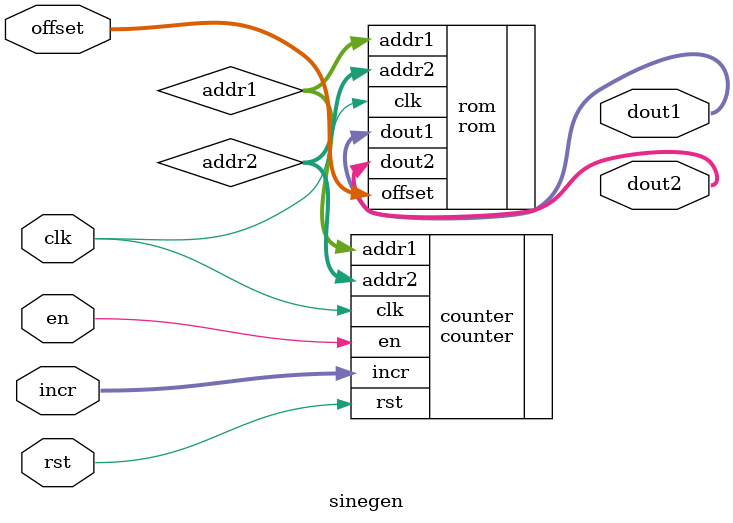
<source format=sv>
module sinegen #(
    parameter   ADDRESS_WIDTH = 8,
                DATA_WIDTH = 8
)(
    input logic clk,
    input logic rst,
    input logic en,
    input logic [DATA_WIDTH-1:0] incr,
    input logic [ADDRESS_WIDTH-1:0] offset,
    output logic [DATA_WIDTH-1:0] dout1,  // Make sure these outputs are defined
    output logic [DATA_WIDTH-1:0] dout2
);

    logic [ADDRESS_WIDTH-1:0] addr1;
    logic [ADDRESS_WIDTH-1:0] addr2;

    counter #(
        .ADDRESS_WIDTH(ADDRESS_WIDTH)
    ) counter(
        .clk(clk),
        .rst(rst),
        .en(en),
        .incr(incr),
        .addr1(addr1),
        .addr2(addr2)
    );

    rom #(
        .ADDRESS_WIDTH(ADDRESS_WIDTH),
        .DATA_WIDTH(DATA_WIDTH)
    ) rom(
        .clk(clk),
        .addr1(addr1),
        .addr2(addr2),
        .offset(offset),
        .dout1(dout1),
        .dout2(dout2)
    );

endmodule

</source>
